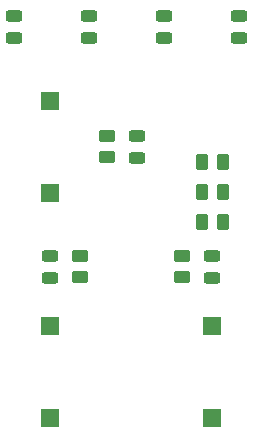
<source format=gbr>
%TF.GenerationSoftware,KiCad,Pcbnew,8.0.1*%
%TF.CreationDate,2024-04-28T14:25:19+02:00*%
%TF.ProjectId,top_led_btn_2MU_TOP,746f705f-6c65-4645-9f62-746e5f324d55,rev?*%
%TF.SameCoordinates,Original*%
%TF.FileFunction,Paste,Top*%
%TF.FilePolarity,Positive*%
%FSLAX46Y46*%
G04 Gerber Fmt 4.6, Leading zero omitted, Abs format (unit mm)*
G04 Created by KiCad (PCBNEW 8.0.1) date 2024-04-28 14:25:19*
%MOMM*%
%LPD*%
G01*
G04 APERTURE LIST*
G04 Aperture macros list*
%AMRoundRect*
0 Rectangle with rounded corners*
0 $1 Rounding radius*
0 $2 $3 $4 $5 $6 $7 $8 $9 X,Y pos of 4 corners*
0 Add a 4 corners polygon primitive as box body*
4,1,4,$2,$3,$4,$5,$6,$7,$8,$9,$2,$3,0*
0 Add four circle primitives for the rounded corners*
1,1,$1+$1,$2,$3*
1,1,$1+$1,$4,$5*
1,1,$1+$1,$6,$7*
1,1,$1+$1,$8,$9*
0 Add four rect primitives between the rounded corners*
20,1,$1+$1,$2,$3,$4,$5,0*
20,1,$1+$1,$4,$5,$6,$7,0*
20,1,$1+$1,$6,$7,$8,$9,0*
20,1,$1+$1,$8,$9,$2,$3,0*%
G04 Aperture macros list end*
%ADD10RoundRect,0.243750X0.456250X-0.243750X0.456250X0.243750X-0.456250X0.243750X-0.456250X-0.243750X0*%
%ADD11RoundRect,0.243750X-0.456250X0.243750X-0.456250X-0.243750X0.456250X-0.243750X0.456250X0.243750X0*%
%ADD12R,1.500000X1.500000*%
%ADD13RoundRect,0.250000X0.450000X-0.262500X0.450000X0.262500X-0.450000X0.262500X-0.450000X-0.262500X0*%
%ADD14RoundRect,0.250000X-0.262500X-0.450000X0.262500X-0.450000X0.262500X0.450000X-0.262500X0.450000X0*%
%ADD15RoundRect,0.250000X0.262500X0.450000X-0.262500X0.450000X-0.262500X-0.450000X0.262500X-0.450000X0*%
G04 APERTURE END LIST*
D10*
%TO.C,D6*%
X117856000Y-77802500D03*
X117856000Y-79677500D03*
%TD*%
D11*
%TO.C,D1*%
X115570000Y-87962500D03*
X115570000Y-89837500D03*
%TD*%
D12*
%TO.C,SW3*%
X108204000Y-111850000D03*
X108204000Y-104050000D03*
%TD*%
D11*
%TO.C,D7*%
X124206000Y-79677500D03*
X124206000Y-77802500D03*
%TD*%
D13*
%TO.C,R3*%
X110744000Y-99972500D03*
X110744000Y-98147500D03*
%TD*%
D14*
%TO.C,R4*%
X121007500Y-90170000D03*
X122832500Y-90170000D03*
%TD*%
D13*
%TO.C,R1*%
X113030000Y-89812500D03*
X113030000Y-87987500D03*
%TD*%
%TO.C,R2*%
X119380000Y-99972500D03*
X119380000Y-98147500D03*
%TD*%
D15*
%TO.C,R5*%
X122832500Y-95250000D03*
X121007500Y-95250000D03*
%TD*%
D12*
%TO.C,SW1*%
X108204000Y-92800000D03*
X108204000Y-85000000D03*
%TD*%
D11*
%TO.C,D5*%
X111506000Y-79677500D03*
X111506000Y-77802500D03*
%TD*%
D14*
%TO.C,R6*%
X121007500Y-92710000D03*
X122832500Y-92710000D03*
%TD*%
D12*
%TO.C,SW2*%
X121920000Y-111850000D03*
X121920000Y-104050000D03*
%TD*%
D10*
%TO.C,D2*%
X121920000Y-99997500D03*
X121920000Y-98122500D03*
%TD*%
%TO.C,D4*%
X105156000Y-77802500D03*
X105156000Y-79677500D03*
%TD*%
%TO.C,D3*%
X108204000Y-99997500D03*
X108204000Y-98122500D03*
%TD*%
M02*

</source>
